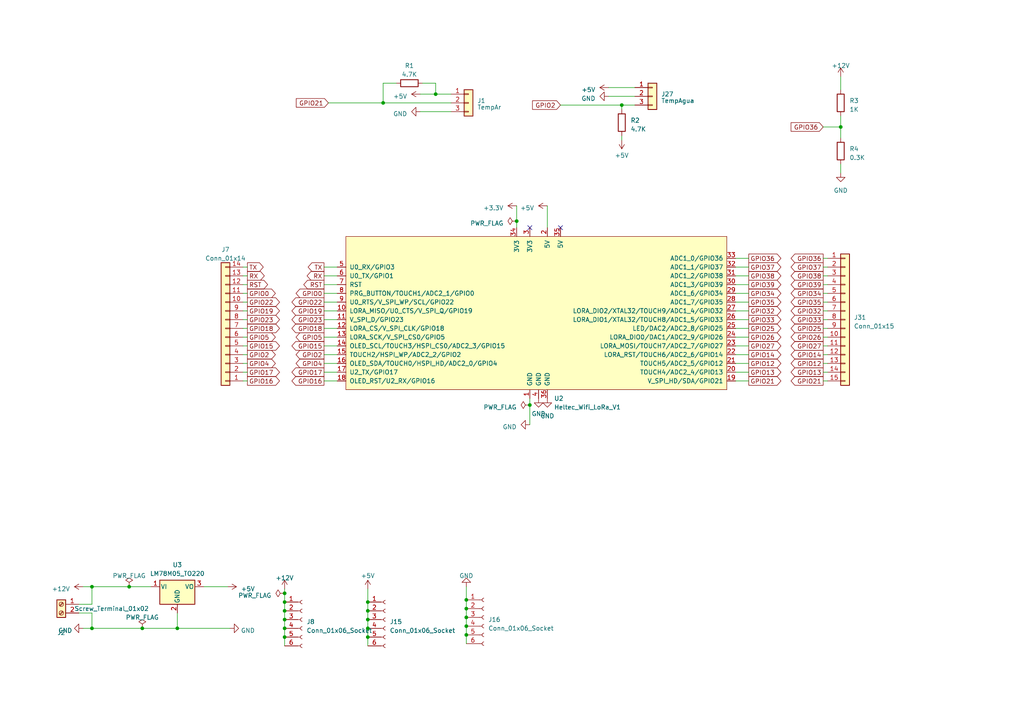
<source format=kicad_sch>
(kicad_sch (version 20230121) (generator eeschema)
  (paper "A4")
  (lib_symbols
    (symbol "Conn_01x03_1" (pin_names (offset 1.016) hide)
      (property "Reference" "J" (at 0 5.08 0))
      (property "Value" "Conn_01x03" (at 0 -5.08 0))
      (symbol "Conn_01x03_1_1_1"
        (rectangle (start -1.27 -2.413) (end 0 -2.667) (stroke (width 0.1524)))
        (rectangle (start -1.27 0.127) (end 0 -0.127) (stroke (width 0.1524)))
        (rectangle (start -1.27 2.667) (end 0 2.413) (stroke (width 0.1524)))
        (rectangle (start -1.27 3.81) (end 1.27 -3.81) (stroke (width 0.254)) (fill (type background)))
        (pin passive line (at -5.08 2.54 0) (length 3.81) (name "Pin_1") (number "1"))
        (pin passive line (at -5.08 0 0) (length 3.81) (name "Pin_2") (number "2"))
        (pin passive line (at -5.08 -2.54 0) (length 3.81) (name "Pin_3") (number "3"))
      )
    )
    (symbol "Connector:Conn_01x06_Socket" (pin_names (offset 1.016) hide)
      (property "Reference" "J" (at 0 7.62 0))
      (property "Value" "Conn_01x06_Socket" (at 0 -10.16 0))
      (symbol "Conn_01x06_Socket_1_1"
        (arc (start 0 -7.112) (mid -0.5058 -7.62) (end 0 -8.128) (stroke (width 0.1524)))
        (arc (start 0 -4.572) (mid -0.5058 -5.08) (end 0 -5.588) (stroke (width 0.1524)))
        (arc (start 0 -2.032) (mid -0.5058 -2.54) (end 0 -3.048) (stroke (width 0.1524)))
        (polyline (pts (xy -1.27 -7.62) (xy -0.508 -7.62)) (stroke (width 0.1524)))
        (polyline (pts (xy -1.27 -5.08) (xy -0.508 -5.08)) (stroke (width 0.1524)))
        (polyline (pts (xy -1.27 -2.54) (xy -0.508 -2.54)) (stroke (width 0.1524)))
        (polyline (pts (xy -1.27 0) (xy -0.508 0)) (stroke (width 0.1524)))
        (polyline (pts (xy -1.27 2.54) (xy -0.508 2.54)) (stroke (width 0.1524)))
        (polyline (pts (xy -1.27 5.08) (xy -0.508 5.08)) (stroke (width 0.1524)))
        (arc (start 0 0.508) (mid -0.5058 0) (end 0 -0.508) (stroke (width 0.1524)))
        (arc (start 0 3.048) (mid -0.5058 2.54) (end 0 2.032) (stroke (width 0.1524)))
        (arc (start 0 5.588) (mid -0.5058 5.08) (end 0 4.572) (stroke (width 0.1524)))
        (pin passive line (at -5.08 5.08 0) (length 3.81) (name "Pin_1") (number "1"))
        (pin passive line (at -5.08 2.54 0) (length 3.81) (name "Pin_2") (number "2"))
        (pin passive line (at -5.08 0 0) (length 3.81) (name "Pin_3") (number "3"))
        (pin passive line (at -5.08 -2.54 0) (length 3.81) (name "Pin_4") (number "4"))
        (pin passive line (at -5.08 -5.08 0) (length 3.81) (name "Pin_5") (number "5"))
        (pin passive line (at -5.08 -7.62 0) (length 3.81) (name "Pin_6") (number "6"))
      )
    )
    (symbol "Connector:Screw_Terminal_01x02" (pin_names (offset 1.016) hide)
      (property "Reference" "J" (at 0 2.54 0))
      (property "Value" "Screw_Terminal_01x02" (at 0 -5.08 0))
      (symbol "Screw_Terminal_01x02_1_1"
        (rectangle (start -1.27 1.27) (end 1.27 -3.81) (stroke (width 0.254)) (fill (type background)))
        (circle (center 0 -2.54) (radius 0.635) (stroke (width 0.1524)))
        (polyline (pts (xy -0.5334 -2.2098) (xy 0.3302 -3.048)) (stroke (width 0.1524)))
        (polyline (pts (xy -0.5334 0.3302) (xy 0.3302 -0.508)) (stroke (width 0.1524)))
        (polyline (pts (xy -0.3556 -2.032) (xy 0.508 -2.8702)) (stroke (width 0.1524)))
        (polyline (pts (xy -0.3556 0.508) (xy 0.508 -0.3302)) (stroke (width 0.1524)))
        (circle (center 0 0) (radius 0.635) (stroke (width 0.1524)))
        (pin passive line (at -5.08 0 0) (length 3.81) (name "Pin_1") (number "1"))
        (pin passive line (at -5.08 -2.54 0) (length 3.81) (name "Pin_2") (number "2"))
      )
    )
    (symbol "Connector_Generic:Conn_01x14" (pin_names (offset 1.016) hide)
      (property "Reference" "J" (at 0 17.78 0))
      (property "Value" "Conn_01x14" (at 0 -20.32 0))
      (symbol "Conn_01x14_1_1"
        (rectangle (start -1.27 -17.653) (end 0 -17.907) (stroke (width 0.1524)))
        (rectangle (start -1.27 -15.113) (end 0 -15.367) (stroke (width 0.1524)))
        (rectangle (start -1.27 -12.573) (end 0 -12.827) (stroke (width 0.1524)))
        (rectangle (start -1.27 -10.033) (end 0 -10.287) (stroke (width 0.1524)))
        (rectangle (start -1.27 -7.493) (end 0 -7.747) (stroke (width 0.1524)))
        (rectangle (start -1.27 -4.953) (end 0 -5.207) (stroke (width 0.1524)))
        (rectangle (start -1.27 -2.413) (end 0 -2.667) (stroke (width 0.1524)))
        (rectangle (start -1.27 0.127) (end 0 -0.127) (stroke (width 0.1524)))
        (rectangle (start -1.27 2.667) (end 0 2.413) (stroke (width 0.1524)))
        (rectangle (start -1.27 5.207) (end 0 4.953) (stroke (width 0.1524)))
        (rectangle (start -1.27 7.747) (end 0 7.493) (stroke (width 0.1524)))
        (rectangle (start -1.27 10.287) (end 0 10.033) (stroke (width 0.1524)))
        (rectangle (start -1.27 12.827) (end 0 12.573) (stroke (width 0.1524)))
        (rectangle (start -1.27 15.367) (end 0 15.113) (stroke (width 0.1524)))
        (rectangle (start -1.27 16.51) (end 1.27 -19.05) (stroke (width 0.254)) (fill (type background)))
        (pin passive line (at -5.08 15.24 0) (length 3.81) (name "Pin_1") (number "1"))
        (pin passive line (at -5.08 -7.62 0) (length 3.81) (name "Pin_10") (number "10"))
        (pin passive line (at -5.08 -10.16 0) (length 3.81) (name "Pin_11") (number "11"))
        (pin passive line (at -5.08 -12.7 0) (length 3.81) (name "Pin_12") (number "12"))
        (pin passive line (at -5.08 -15.24 0) (length 3.81) (name "Pin_13") (number "13"))
        (pin passive line (at -5.08 -17.78 0) (length 3.81) (name "Pin_14") (number "14"))
        (pin passive line (at -5.08 12.7 0) (length 3.81) (name "Pin_2") (number "2"))
        (pin passive line (at -5.08 10.16 0) (length 3.81) (name "Pin_3") (number "3"))
        (pin passive line (at -5.08 7.62 0) (length 3.81) (name "Pin_4") (number "4"))
        (pin passive line (at -5.08 5.08 0) (length 3.81) (name "Pin_5") (number "5"))
        (pin passive line (at -5.08 2.54 0) (length 3.81) (name "Pin_6") (number "6"))
        (pin passive line (at -5.08 0 0) (length 3.81) (name "Pin_7") (number "7"))
        (pin passive line (at -5.08 -2.54 0) (length 3.81) (name "Pin_8") (number "8"))
        (pin passive line (at -5.08 -5.08 0) (length 3.81) (name "Pin_9") (number "9"))
      )
    )
    (symbol "Connector_Generic:Conn_01x15" (pin_names (offset 1.016) hide)
      (property "Reference" "J" (at 0 20.32 0))
      (property "Value" "Conn_01x15" (at 0 -20.32 0))
      (symbol "Conn_01x15_1_1"
        (rectangle (start -1.27 -17.653) (end 0 -17.907) (stroke (width 0.1524)))
        (rectangle (start -1.27 -15.113) (end 0 -15.367) (stroke (width 0.1524)))
        (rectangle (start -1.27 -12.573) (end 0 -12.827) (stroke (width 0.1524)))
        (rectangle (start -1.27 -10.033) (end 0 -10.287) (stroke (width 0.1524)))
        (rectangle (start -1.27 -7.493) (end 0 -7.747) (stroke (width 0.1524)))
        (rectangle (start -1.27 -4.953) (end 0 -5.207) (stroke (width 0.1524)))
        (rectangle (start -1.27 -2.413) (end 0 -2.667) (stroke (width 0.1524)))
        (rectangle (start -1.27 0.127) (end 0 -0.127) (stroke (width 0.1524)))
        (rectangle (start -1.27 2.667) (end 0 2.413) (stroke (width 0.1524)))
        (rectangle (start -1.27 5.207) (end 0 4.953) (stroke (width 0.1524)))
        (rectangle (start -1.27 7.747) (end 0 7.493) (stroke (width 0.1524)))
        (rectangle (start -1.27 10.287) (end 0 10.033) (stroke (width 0.1524)))
        (rectangle (start -1.27 12.827) (end 0 12.573) (stroke (width 0.1524)))
        (rectangle (start -1.27 15.367) (end 0 15.113) (stroke (width 0.1524)))
        (rectangle (start -1.27 17.907) (end 0 17.653) (stroke (width 0.1524)))
        (rectangle (start -1.27 19.05) (end 1.27 -19.05) (stroke (width 0.254)) (fill (type background)))
        (pin passive line (at -5.08 17.78 0) (length 3.81) (name "Pin_1") (number "1"))
        (pin passive line (at -5.08 -5.08 0) (length 3.81) (name "Pin_10") (number "10"))
        (pin passive line (at -5.08 -7.62 0) (length 3.81) (name "Pin_11") (number "11"))
        (pin passive line (at -5.08 -10.16 0) (length 3.81) (name "Pin_12") (number "12"))
        (pin passive line (at -5.08 -12.7 0) (length 3.81) (name "Pin_13") (number "13"))
        (pin passive line (at -5.08 -15.24 0) (length 3.81) (name "Pin_14") (number "14"))
        (pin passive line (at -5.08 -17.78 0) (length 3.81) (name "Pin_15") (number "15"))
        (pin passive line (at -5.08 15.24 0) (length 3.81) (name "Pin_2") (number "2"))
        (pin passive line (at -5.08 12.7 0) (length 3.81) (name "Pin_3") (number "3"))
        (pin passive line (at -5.08 10.16 0) (length 3.81) (name "Pin_4") (number "4"))
        (pin passive line (at -5.08 7.62 0) (length 3.81) (name "Pin_5") (number "5"))
        (pin passive line (at -5.08 5.08 0) (length 3.81) (name "Pin_6") (number "6"))
        (pin passive line (at -5.08 2.54 0) (length 3.81) (name "Pin_7") (number "7"))
        (pin passive line (at -5.08 0 0) (length 3.81) (name "Pin_8") (number "8"))
        (pin passive line (at -5.08 -2.54 0) (length 3.81) (name "Pin_9") (number "9"))
      )
    )
    (symbol "Device:R" (pin_numbers hide) (pin_names (offset 0))
      (property "Reference" "R" (at 2.032 0 90))
      (property "Value" "R" (at 0 0 90))
      (symbol "R_0_1"
        (rectangle (start -1.016 -2.54) (end 1.016 2.54) (stroke (width 0.254)))
      )
      (symbol "R_1_1"
        (pin passive line (at 0 3.81 270) (length 1.27) (name "~") (number "1"))
        (pin passive line (at 0 -3.81 90) (length 1.27) (name "~") (number "2"))
      )
    )
    (symbol "Regulator_Linear:LM78M05_TO220" (pin_names (offset 0.254))
      (property "Reference" "U" (at -3.81 3.175 0))
      (property "Value" "LM78M05_TO220" (at 0 3.175 0))
      (symbol "LM78M05_TO220_0_1"
        (rectangle (start -5.08 1.905) (end 5.08 -5.08) (stroke (width 0.254)) (fill (type background)))
      )
      (symbol "LM78M05_TO220_1_1"
        (pin power_in line (at -7.62 0 0) (length 2.54) (name "VI") (number "1"))
        (pin power_in line (at 0 -7.62 90) (length 2.54) (name "GND") (number "2"))
        (pin power_out line (at 7.62 0 180) (length 2.54) (name "VO") (number "3"))
      )
    )
    (symbol "heltec_wifi_lora_v1:Heltec_Wifi_LoRa_V1" (pin_names (offset 1.016))
      (property "Reference" "U" (at 0 21.59 0))
      (property "Value" "Heltec_Wifi_LoRa_V1" (at 1.27 19.05 0))
      (symbol "Heltec_Wifi_LoRa_V1_0_1"
        (rectangle (start -55.88 5.08) (end 54.61 -39.37) (fill (type background)))
      )
      (symbol "Heltec_Wifi_LoRa_V1_1_1"
        (pin power_in line (at -2.54 -41.91 90) (length 2.54) (name "GND") (number "1"))
        (pin bidirectional line (at -58.42 -16.51 0) (length 2.54) (name "LORA_MISO/U0_CTS/V_SPI_Q/GPIO19") (number "10"))
        (pin bidirectional line (at -58.42 -19.05 0) (length 2.54) (name "V_SPI_D/GPIO23") (number "11"))
        (pin bidirectional line (at -58.42 -21.59 0) (length 2.54) (name "LORA_CS/V_SPI_CLK/GPIO18") (number "12"))
        (pin bidirectional line (at -58.42 -24.13 0) (length 2.54) (name "LORA_SCK/V_SPI_CS0/GPIO5") (number "13"))
        (pin bidirectional line (at -58.42 -26.67 0) (length 2.54) (name "OLED_SCL/TOUCH3/HSPI_CS0/ADC2_3/GPIO15") (number "14"))
        (pin bidirectional line (at -58.42 -29.21 0) (length 2.54) (name "TOUCH2/HSPI_WP/ADC2_2/GPIO2") (number "15"))
        (pin bidirectional line (at -58.42 -31.75 0) (length 2.54) (name "OLED_SDA/TOUCH0/HSPI_HD/ADC2_0/GPIO4") (number "16"))
        (pin bidirectional line (at -58.42 -34.29 0) (length 2.54) (name "U2_TX/GPIO17") (number "17"))
        (pin bidirectional line (at -58.42 -36.83 0) (length 2.54) (name "OLED_RST/U2_RX/GPIO16") (number "18"))
        (pin bidirectional line (at 57.15 -36.83 180) (length 2.54) (name "V_SPI_HD/SDA/GPIO21") (number "19"))
        (pin power_in line (at 2.54 7.62 270) (length 2.54) (name "5V") (number "2"))
        (pin bidirectional line (at 57.15 -34.29 180) (length 2.54) (name "TOUCH4/ADC2_4/GPIO13") (number "20"))
        (pin bidirectional line (at 57.15 -31.75 180) (length 2.54) (name "TOUCH5/ADC2_5/GPIO12") (number "21"))
        (pin bidirectional line (at 57.15 -29.21 180) (length 2.54) (name "LORA_RST/TOUCH6/ADC2_6/GPIO14") (number "22"))
        (pin bidirectional line (at 57.15 -26.67 180) (length 2.54) (name "LORA_MOSI/TOUCH7/ADC2_7/GPIO27") (number "23"))
        (pin bidirectional line (at 57.15 -24.13 180) (length 2.54) (name "LORA_DIO0/DAC1/ADC2_9/GPIO26") (number "24"))
        (pin bidirectional line (at 57.15 -21.59 180) (length 2.54) (name "LED/DAC2/ADC2_8/GPIO25") (number "25"))
        (pin bidirectional line (at 57.15 -19.05 180) (length 2.54) (name "LORA_DIO1/XTAL32/TOUCH8/ADC1_5/GPIO33") (number "26"))
        (pin bidirectional line (at 57.15 -16.51 180) (length 2.54) (name "LORA_DIO2/XTAL32/TOUCH9/ADC1_4/GPIO32") (number "27"))
        (pin bidirectional line (at 57.15 -13.97 180) (length 2.54) (name "ADC1_7/GPIO35") (number "28"))
        (pin bidirectional line (at 57.15 -11.43 180) (length 2.54) (name "ADC1_6/GPIO34") (number "29"))
        (pin power_in line (at -2.54 7.62 270) (length 2.54) (name "3V3") (number "3"))
        (pin bidirectional line (at 57.15 -8.89 180) (length 2.54) (name "ADC1_3/GPIO39") (number "30"))
        (pin bidirectional line (at 57.15 -6.35 180) (length 2.54) (name "ADC1_2/GPIO38") (number "31"))
        (pin bidirectional line (at 57.15 -3.81 180) (length 2.54) (name "ADC1_1/GPIO37") (number "32"))
        (pin bidirectional line (at 57.15 -1.27 180) (length 2.54) (name "ADC1_0/GPIO36") (number "33"))
        (pin power_in line (at -6.35 7.62 270) (length 2.54) (name "3V3") (number "34"))
        (pin power_in line (at 6.35 7.62 270) (length 2.54) (name "5V") (number "35"))
        (pin power_in line (at 2.54 -41.91 90) (length 2.54) (name "GND") (number "36"))
        (pin power_in line (at 0 -41.91 90) (length 2.54) (name "GND") (number "4"))
        (pin bidirectional line (at -58.42 -3.81 0) (length 2.54) (name "U0_RX/GPIO3") (number "5"))
        (pin bidirectional line (at -58.42 -6.35 0) (length 2.54) (name "U0_TX/GPIO1") (number "6"))
        (pin input line (at -58.42 -8.89 0) (length 2.54) (name "RST") (number "7"))
        (pin bidirectional line (at -58.42 -11.43 0) (length 2.54) (name "PRG_BUTTON/TOUCH1/ADC2_1/GPIO0") (number "8"))
        (pin bidirectional line (at -58.42 -13.97 0) (length 2.54) (name "U0_RTS/V_SPI_WP/SCL/GPIO22") (number "9"))
      )
    )
    (symbol "power:+12V" (power) (pin_names (offset 0))
      (property "Value" "+12V" (at 0 3.556 0))
      (symbol "+12V_0_1"
        (polyline (pts (xy -0.762 1.27) (xy 0 2.54)))
        (polyline (pts (xy 0 0) (xy 0 2.54)))
        (polyline (pts (xy 0 2.54) (xy 0.762 1.27)))
      )
      (symbol "+12V_1_1"
        (pin power_in line (at 0 0 90) (length 0) hide (name "+12V") (number "1"))
      )
    )
    (symbol "power:+3.3V" (power) (pin_names (offset 0))
      (property "Value" "+3.3V" (at 0 3.556 0))
      (symbol "+3.3V_0_1"
        (polyline (pts (xy -0.762 1.27) (xy 0 2.54)))
        (polyline (pts (xy 0 0) (xy 0 2.54)))
        (polyline (pts (xy 0 2.54) (xy 0.762 1.27)))
      )
      (symbol "+3.3V_1_1"
        (pin power_in line (at 0 0 90) (length 0) hide (name "+3.3V") (number "1"))
      )
    )
    (symbol "power:+5V" (power) (pin_names (offset 0))
      (property "Value" "+5V" (at 0 3.556 0))
      (symbol "+5V_0_1"
        (polyline (pts (xy -0.762 1.27) (xy 0 2.54)))
        (polyline (pts (xy 0 0) (xy 0 2.54)))
        (polyline (pts (xy 0 2.54) (xy 0.762 1.27)))
      )
      (symbol "+5V_1_1"
        (pin power_in line (at 0 0 90) (length 0) hide (name "+5V") (number "1"))
      )
    )
    (symbol "power:GND" (power) (pin_names (offset 0))
      (property "Value" "GND" (at 0 -3.81 0))
      (symbol "GND_0_1"
        (polyline (pts (xy 0 0) (xy 0 -1.27) (xy 1.27 -1.27) (xy 0 -2.54) (xy -1.27 -1.27) (xy 0 -1.27)))
      )
      (symbol "GND_1_1"
        (pin power_in line (at 0 0 270) (length 0) hide (name "GND") (number "1"))
      )
    )
    (symbol "power:PWR_FLAG" (power) (pin_numbers hide) (pin_names (offset 0) hide)
      (property "Value" "PWR_FLAG" (at 0 3.81 0))
      (symbol "PWR_FLAG_0_0"
        (pin power_out line (at 0 0 90) (length 0) (name "pwr") (number "1"))
      )
      (symbol "PWR_FLAG_0_1"
        (polyline (pts (xy 0 0) (xy 0 1.27) (xy -1.016 1.905) (xy 0 2.54) (xy 1.016 1.905) (xy 0 1.27)))
      )
    )
  )
  (junction (at 26.67 170.18))
  (junction (at 180.34 30.48))
  (junction (at 126.365 27.305))
  (junction (at 82.55 177.165))
  (junction (at 149.86 64.135))
  (junction (at 82.55 182.245))
  (junction (at 82.55 174.625))
  (junction (at 82.55 172.085))
  (junction (at 106.68 184.785))
  (junction (at 26.67 182.245))
  (junction (at 82.55 184.785))
  (junction (at 243.84 36.83))
  (junction (at 153.67 117.475))
  (junction (at 106.68 177.165))
  (junction (at 111.125 29.845))
  (junction (at 106.68 179.705))
  (junction (at 106.68 182.245))
  (junction (at 135.255 176.53))
  (junction (at 51.435 182.245))
  (junction (at 135.255 181.61))
  (junction (at 135.255 179.07))
  (junction (at 135.255 173.99))
  (junction (at 135.255 184.15))
  (junction (at 37.465 170.18))
  (junction (at 41.275 182.245))
  (junction (at 82.55 179.705))
  (junction (at 106.68 174.625))
  (no_connect (at 153.67 66.04))
  (no_connect (at 162.56 66.04))
  (wire (pts (xy 126.365 24.13) (xy 126.365 27.305)))
  (wire (pts (xy 240.03 95.25) (xy 238.76 95.25)))
  (wire (pts (xy 243.84 33.655) (xy 243.84 36.83)))
  (wire (pts (xy 135.255 176.53) (xy 135.255 179.07)))
  (wire (pts (xy 158.75 59.69) (xy 158.75 66.04)))
  (wire (pts (xy 184.15 30.48) (xy 180.34 30.48)))
  (wire (pts (xy 82.55 182.245) (xy 82.55 184.785)))
  (wire (pts (xy 238.76 82.55) (xy 240.03 82.55)))
  (wire (pts (xy 70.485 90.17) (xy 71.755 90.17)))
  (wire (pts (xy 41.275 182.245) (xy 51.435 182.245)))
  (wire (pts (xy 238.76 74.93) (xy 240.03 74.93)))
  (wire (pts (xy 106.68 179.705) (xy 106.68 182.245)))
  (wire (pts (xy 70.485 82.55) (xy 71.755 82.55)))
  (wire (pts (xy 106.68 184.785) (xy 106.68 187.325)))
  (wire (pts (xy 217.17 80.01) (xy 213.36 80.01)))
  (wire (pts (xy 122.555 24.13) (xy 126.365 24.13)))
  (wire (pts (xy 70.485 80.01) (xy 71.755 80.01)))
  (wire (pts (xy 51.435 182.245) (xy 66.675 182.245)))
  (wire (pts (xy 70.485 92.71) (xy 71.755 92.71)))
  (wire (pts (xy 26.67 175.26) (xy 26.67 170.18)))
  (wire (pts (xy 70.485 87.63) (xy 71.755 87.63)))
  (wire (pts (xy 82.55 174.625) (xy 82.55 177.165)))
  (wire (pts (xy 135.255 170.18) (xy 135.255 173.99)))
  (wire (pts (xy 240.03 105.41) (xy 238.76 105.41)))
  (wire (pts (xy 121.92 27.305) (xy 126.365 27.305)))
  (wire (pts (xy 93.98 85.09) (xy 97.79 85.09)))
  (wire (pts (xy 70.485 95.25) (xy 71.755 95.25)))
  (wire (pts (xy 70.485 77.47) (xy 71.755 77.47)))
  (wire (pts (xy 93.98 77.47) (xy 97.79 77.47)))
  (wire (pts (xy 93.98 82.55) (xy 97.79 82.55)))
  (wire (pts (xy 238.76 97.79) (xy 240.03 97.79)))
  (wire (pts (xy 106.68 182.245) (xy 106.68 184.785)))
  (wire (pts (xy 93.98 90.17) (xy 97.79 90.17)))
  (wire (pts (xy 217.17 97.79) (xy 213.36 97.79)))
  (wire (pts (xy 70.485 105.41) (xy 71.755 105.41)))
  (wire (pts (xy 243.84 36.83) (xy 243.84 40.005)))
  (wire (pts (xy 238.76 90.17) (xy 240.03 90.17)))
  (wire (pts (xy 213.36 107.95) (xy 217.17 107.95)))
  (wire (pts (xy 82.55 179.705) (xy 82.55 182.245)))
  (wire (pts (xy 106.68 174.625) (xy 106.68 177.165)))
  (wire (pts (xy 153.67 117.475) (xy 153.67 115.57)))
  (wire (pts (xy 82.55 172.085) (xy 82.55 174.625)))
  (wire (pts (xy 213.36 110.49) (xy 217.17 110.49)))
  (wire (pts (xy 135.255 173.99) (xy 135.255 176.53)))
  (wire (pts (xy 217.17 92.71) (xy 213.36 92.71)))
  (wire (pts (xy 238.76 100.33) (xy 240.03 100.33)))
  (wire (pts (xy 238.76 102.87) (xy 240.03 102.87)))
  (wire (pts (xy 22.86 177.8) (xy 26.67 177.8)))
  (wire (pts (xy 213.36 105.41) (xy 217.17 105.41)))
  (wire (pts (xy 24.13 170.18) (xy 26.67 170.18)))
  (wire (pts (xy 82.55 177.165) (xy 82.55 179.705)))
  (wire (pts (xy 240.03 110.49) (xy 238.76 110.49)))
  (wire (pts (xy 238.76 85.09) (xy 240.03 85.09)))
  (wire (pts (xy 111.125 29.845) (xy 130.81 29.845)))
  (wire (pts (xy 213.36 95.25) (xy 217.17 95.25)))
  (wire (pts (xy 82.55 184.785) (xy 82.55 187.325)))
  (wire (pts (xy 149.86 59.69) (xy 149.86 64.135)))
  (wire (pts (xy 26.67 170.18) (xy 37.465 170.18)))
  (wire (pts (xy 217.17 102.87) (xy 213.36 102.87)))
  (wire (pts (xy 111.125 29.845) (xy 111.125 24.13)))
  (wire (pts (xy 93.98 105.41) (xy 97.79 105.41)))
  (wire (pts (xy 162.56 30.48) (xy 180.34 30.48)))
  (wire (pts (xy 41.275 182.245) (xy 26.67 182.245)))
  (wire (pts (xy 93.98 97.79) (xy 97.79 97.79)))
  (wire (pts (xy 95.25 29.845) (xy 111.125 29.845)))
  (wire (pts (xy 238.76 36.83) (xy 243.84 36.83)))
  (wire (pts (xy 217.17 74.93) (xy 213.36 74.93)))
  (wire (pts (xy 149.86 64.135) (xy 149.86 66.04)))
  (wire (pts (xy 70.485 97.79) (xy 71.755 97.79)))
  (wire (pts (xy 180.34 39.37) (xy 180.34 40.64)))
  (wire (pts (xy 135.255 179.07) (xy 135.255 181.61)))
  (wire (pts (xy 153.67 117.475) (xy 153.67 123.19)))
  (wire (pts (xy 70.485 85.09) (xy 71.755 85.09)))
  (wire (pts (xy 184.15 27.94) (xy 176.53 27.94)))
  (wire (pts (xy 93.98 92.71) (xy 97.79 92.71)))
  (wire (pts (xy 70.485 100.33) (xy 71.755 100.33)))
  (wire (pts (xy 217.17 77.47) (xy 213.36 77.47)))
  (wire (pts (xy 26.67 177.8) (xy 26.67 182.245)))
  (wire (pts (xy 93.98 110.49) (xy 97.79 110.49)))
  (wire (pts (xy 26.67 182.245) (xy 24.13 182.245)))
  (wire (pts (xy 243.84 50.165) (xy 243.84 47.625)))
  (wire (pts (xy 217.17 85.09) (xy 213.36 85.09)))
  (wire (pts (xy 111.125 24.13) (xy 114.935 24.13)))
  (wire (pts (xy 106.68 170.815) (xy 106.68 174.625)))
  (wire (pts (xy 93.98 87.63) (xy 97.79 87.63)))
  (wire (pts (xy 93.98 80.01) (xy 97.79 80.01)))
  (wire (pts (xy 135.255 184.15) (xy 135.255 186.69)))
  (wire (pts (xy 59.055 170.18) (xy 66.04 170.18)))
  (wire (pts (xy 180.34 30.48) (xy 180.34 31.75)))
  (wire (pts (xy 106.68 177.165) (xy 106.68 179.705)))
  (wire (pts (xy 217.17 90.17) (xy 213.36 90.17)))
  (wire (pts (xy 238.76 87.63) (xy 240.03 87.63)))
  (wire (pts (xy 93.98 100.33) (xy 97.79 100.33)))
  (wire (pts (xy 238.76 92.71) (xy 240.03 92.71)))
  (wire (pts (xy 93.98 95.25) (xy 97.79 95.25)))
  (wire (pts (xy 126.365 27.305) (xy 130.81 27.305)))
  (wire (pts (xy 135.255 181.61) (xy 135.255 184.15)))
  (wire (pts (xy 184.15 25.4) (xy 176.53 25.4)))
  (wire (pts (xy 22.86 175.26) (xy 26.67 175.26)))
  (wire (pts (xy 37.465 170.18) (xy 43.815 170.18)))
  (wire (pts (xy 238.76 77.47) (xy 240.03 77.47)))
  (wire (pts (xy 238.76 80.01) (xy 240.03 80.01)))
  (wire (pts (xy 217.17 82.55) (xy 213.36 82.55)))
  (wire (pts (xy 240.03 107.95) (xy 238.76 107.95)))
  (wire (pts (xy 217.17 87.63) (xy 213.36 87.63)))
  (wire (pts (xy 243.84 22.225) (xy 243.84 26.035)))
  (wire (pts (xy 93.98 107.95) (xy 97.79 107.95)))
  (wire (pts (xy 82.55 170.815) (xy 82.55 172.085)))
  (wire (pts (xy 70.485 110.49) (xy 71.755 110.49)))
  (wire (pts (xy 217.17 100.33) (xy 213.36 100.33)))
  (wire (pts (xy 70.485 102.87) (xy 71.755 102.87)))
  (wire (pts (xy 70.485 107.95) (xy 71.755 107.95)))
  (wire (pts (xy 51.435 177.8) (xy 51.435 182.245)))
  (wire (pts (xy 121.92 32.385) (xy 130.81 32.385)))
  (wire (pts (xy 93.98 102.87) (xy 97.79 102.87)))
  (global_label "GPIO16" (shape output) (at 93.98 110.49 180) (property "Intersheetrefs" "${INTERSHEET_REFS}" (effects hide)))
  (global_label "GPIO25" (shape output) (at 217.17 95.25 0) (property "Intersheetrefs" "${INTERSHEET_REFS}" (effects hide)))
  (global_label "GPIO2" (shape output) (at 71.755 102.87 0) (property "Intersheetrefs" "${INTERSHEET_REFS}" (effects hide)))
  (global_label "GPIO12" (shape output) (at 238.76 105.41 180) (property "Intersheetrefs" "${INTERSHEET_REFS}" (effects hide)))
  (global_label "GPIO13" (shape output) (at 217.17 107.95 0) (property "Intersheetrefs" "${INTERSHEET_REFS}" (effects hide)))
  (global_label "GPIO15" (shape output) (at 71.755 100.33 0) (property "Intersheetrefs" "${INTERSHEET_REFS}" (effects hide)))
  (global_label "GPIO35" (shape output) (at 238.76 87.63 180) (property "Intersheetrefs" "${INTERSHEET_REFS}" (effects hide)))
  (global_label "GPIO17" (shape output) (at 71.755 107.95 0) (property "Intersheetrefs" "${INTERSHEET_REFS}" (effects hide)))
  (global_label "GPIO32" (shape output) (at 238.76 90.17 180) (property "Intersheetrefs" "${INTERSHEET_REFS}" (effects hide)))
  (global_label "GPIO17" (shape output) (at 93.98 107.95 180) (property "Intersheetrefs" "${INTERSHEET_REFS}" (effects hide)))
  (global_label "TX" (shape output) (at 71.755 77.47 0) (property "Intersheetrefs" "${INTERSHEET_REFS}" (effects hide)))
  (global_label "GPIO4" (shape output) (at 93.98 105.41 180) (property "Intersheetrefs" "${INTERSHEET_REFS}" (effects hide)))
  (global_label "GPIO39" (shape output) (at 238.76 82.55 180) (property "Intersheetrefs" "${INTERSHEET_REFS}" (effects hide)))
  (global_label "GPIO36" (shape input) (at 238.76 36.83 180) (property "Intersheetrefs" "${INTERSHEET_REFS}" (effects hide)))
  (global_label "GPIO15" (shape output) (at 93.98 100.33 180) (property "Intersheetrefs" "${INTERSHEET_REFS}" (effects hide)))
  (global_label "GPIO21" (shape output) (at 217.17 110.49 0) (property "Intersheetrefs" "${INTERSHEET_REFS}" (effects hide)))
  (global_label "RX" (shape output) (at 93.98 80.01 180) (property "Intersheetrefs" "${INTERSHEET_REFS}" (effects hide)))
  (global_label "GPIO23" (shape output) (at 71.755 92.71 0) (property "Intersheetrefs" "${INTERSHEET_REFS}" (effects hide)))
  (global_label "GPIO38" (shape output) (at 238.76 80.01 180) (property "Intersheetrefs" "${INTERSHEET_REFS}" (effects hide)))
  (global_label "GPIO18" (shape output) (at 93.98 95.25 180) (property "Intersheetrefs" "${INTERSHEET_REFS}" (effects hide)))
  (global_label "GPIO19" (shape output) (at 93.98 90.17 180) (property "Intersheetrefs" "${INTERSHEET_REFS}" (effects hide)))
  (global_label "GPIO35" (shape output) (at 217.17 87.63 0) (property "Intersheetrefs" "${INTERSHEET_REFS}" (effects hide)))
  (global_label "GPIO23" (shape output) (at 93.98 92.71 180) (property "Intersheetrefs" "${INTERSHEET_REFS}" (effects hide)))
  (global_label "GPIO37" (shape output) (at 238.76 77.47 180) (property "Intersheetrefs" "${INTERSHEET_REFS}" (effects hide)))
  (global_label "GPIO34" (shape output) (at 217.17 85.09 0) (property "Intersheetrefs" "${INTERSHEET_REFS}" (effects hide)))
  (global_label "GPIO22" (shape output) (at 71.755 87.63 0) (property "Intersheetrefs" "${INTERSHEET_REFS}" (effects hide)))
  (global_label "GPIO16" (shape output) (at 71.755 110.49 0) (property "Intersheetrefs" "${INTERSHEET_REFS}" (effects hide)))
  (global_label "GPIO2" (shape input) (at 162.56 30.48 180) (property "Intersheetrefs" "${INTERSHEET_REFS}" (effects hide)))
  (global_label "GPIO19" (shape output) (at 71.755 90.17 0) (property "Intersheetrefs" "${INTERSHEET_REFS}" (effects hide)))
  (global_label "GPIO22" (shape output) (at 93.98 87.63 180) (property "Intersheetrefs" "${INTERSHEET_REFS}" (effects hide)))
  (global_label "GPIO5" (shape output) (at 71.755 97.79 0) (property "Intersheetrefs" "${INTERSHEET_REFS}" (effects hide)))
  (global_label "GPIO0" (shape output) (at 71.755 85.09 0) (property "Intersheetrefs" "${INTERSHEET_REFS}" (effects hide)))
  (global_label "GPIO37" (shape output) (at 217.17 77.47 0) (property "Intersheetrefs" "${INTERSHEET_REFS}" (effects hide)))
  (global_label "GPIO13" (shape output) (at 238.76 107.95 180) (property "Intersheetrefs" "${INTERSHEET_REFS}" (effects hide)))
  (global_label "GPIO12" (shape output) (at 217.17 105.41 0) (property "Intersheetrefs" "${INTERSHEET_REFS}" (effects hide)))
  (global_label "TX" (shape output) (at 93.98 77.47 180) (property "Intersheetrefs" "${INTERSHEET_REFS}" (effects hide)))
  (global_label "GPIO32" (shape output) (at 217.17 90.17 0) (property "Intersheetrefs" "${INTERSHEET_REFS}" (effects hide)))
  (global_label "RST" (shape output) (at 93.98 82.55 180) (property "Intersheetrefs" "${INTERSHEET_REFS}" (effects hide)))
  (global_label "GPIO26" (shape output) (at 217.17 97.79 0) (property "Intersheetrefs" "${INTERSHEET_REFS}" (effects hide)))
  (global_label "GPIO14" (shape output) (at 238.76 102.87 180) (property "Intersheetrefs" "${INTERSHEET_REFS}" (effects hide)))
  (global_label "GPIO39" (shape output) (at 217.17 82.55 0) (property "Intersheetrefs" "${INTERSHEET_REFS}" (effects hide)))
  (global_label "GPIO36" (shape output) (at 217.17 74.93 0) (property "Intersheetrefs" "${INTERSHEET_REFS}" (effects hide)))
  (global_label "GPIO33" (shape output) (at 238.76 92.71 180) (property "Intersheetrefs" "${INTERSHEET_REFS}" (effects hide)))
  (global_label "GPIO18" (shape output) (at 71.755 95.25 0) (property "Intersheetrefs" "${INTERSHEET_REFS}" (effects hide)))
  (global_label "GPIO4" (shape output) (at 71.755 105.41 0) (property "Intersheetrefs" "${INTERSHEET_REFS}" (effects hide)))
  (global_label "RX" (shape output) (at 71.755 80.01 0) (property "Intersheetrefs" "${INTERSHEET_REFS}" (effects hide)))
  (global_label "GPIO34" (shape output) (at 238.76 85.09 180) (property "Intersheetrefs" "${INTERSHEET_REFS}" (effects hide)))
  (global_label "GPIO14" (shape output) (at 217.17 102.87 0) (property "Intersheetrefs" "${INTERSHEET_REFS}" (effects hide)))
  (global_label "GPIO5" (shape output) (at 93.98 97.79 180) (property "Intersheetrefs" "${INTERSHEET_REFS}" (effects hide)))
  (global_label "GPIO27" (shape output) (at 217.17 100.33 0) (property "Intersheetrefs" "${INTERSHEET_REFS}" (effects hide)))
  (global_label "GPIO21" (shape output) (at 238.76 110.49 180) (property "Intersheetrefs" "${INTERSHEET_REFS}" (effects hide)))
  (global_label "GPIO25" (shape output) (at 238.76 95.25 180) (property "Intersheetrefs" "${INTERSHEET_REFS}" (effects hide)))
  (global_label "GPIO2" (shape output) (at 93.98 102.87 180) (property "Intersheetrefs" "${INTERSHEET_REFS}" (effects hide)))
  (global_label "GPIO0" (shape output) (at 93.98 85.09 180) (property "Intersheetrefs" "${INTERSHEET_REFS}" (effects hide)))
  (global_label "RST" (shape output) (at 71.755 82.55 0) (property "Intersheetrefs" "${INTERSHEET_REFS}" (effects hide)))
  (global_label "GPIO36" (shape output) (at 238.76 74.93 180) (property "Intersheetrefs" "${INTERSHEET_REFS}" (effects hide)))
  (global_label "GPIO33" (shape output) (at 217.17 92.71 0) (property "Intersheetrefs" "${INTERSHEET_REFS}" (effects hide)))
  (global_label "GPIO21" (shape input) (at 95.25 29.845 180) (property "Intersheetrefs" "${INTERSHEET_REFS}" (effects hide)))
  (global_label "GPIO38" (shape output) (at 217.17 80.01 0) (property "Intersheetrefs" "${INTERSHEET_REFS}" (effects hide)))
  (global_label "GPIO27" (shape output) (at 238.76 100.33 180) (property "Intersheetrefs" "${INTERSHEET_REFS}" (effects hide)))
  (global_label "GPIO26" (shape output) (at 238.76 97.79 180) (property "Intersheetrefs" "${INTERSHEET_REFS}" (effects hide)))
  (symbol (lib_id "Connector_Generic:Conn_01x15") (at 245.11 92.71 0) (unit 1)
    (property "Reference" "J31" (at 247.65 92.075 0) (effects (justify left)))
    (property "Value" "Conn_01x15" (at 247.65 94.615 0) (effects (justify left)))
    (property "Footprint" "Connector_PinSocket_2.54mm:PinSocket_1x15_P2.54mm_Vertical" (effects hide))
  )
  (symbol (lib_id "Regulator_Linear:LM78M05_TO220") (at 51.435 170.18 0) (unit 1)
    (property "Reference" "U3" (at 51.435 163.83 0))
    (property "Value" "LM78M05_TO220" (at 51.435 166.37 0))
    (property "Footprint" "l7805:TO255P1020X450X2000-3" (effects hide))
    (property "Datasheet" "https://www.onsemi.com/pub/Collateral/MC78M00-D.PDF" (effects hide))
  )
  (symbol (lib_id "power:GND") (at 158.75 115.57 0) (unit 1)
    (property "Reference" "#PWR011" (effects hide))
    (property "Value" "GND" (at 158.75 120.65 0))
  )
  (symbol (lib_id "Connector:Screw_Terminal_01x02") (at 17.78 175.26 0) (mirror y) (unit 1)
    (property "Reference" "J2" (at 17.78 183.515 0))
    (property "Value" "Screw_Terminal_01x02" (at 32.385 176.53 0))
    (property "Footprint" "TerminalBlock_Phoenix:TerminalBlock_Phoenix_MKDS-1,5-2-5.08_1x02_P5.08mm_Horizontal" (effects hide))
  )
  (symbol (lib_id "power:+5V") (at 66.04 170.18 270) (unit 1)
    (property "Reference" "#PWR07" (effects hide))
    (property "Value" "+5V" (at 69.85 170.815 90) (effects (justify left)))
  )
  (symbol (lib_id "Connector:Conn_01x06_Socket") (at 87.63 179.705 0) (unit 1)
    (property "Reference" "J8" (at 88.9 180.34 0) (effects (justify left)))
    (property "Value" "Conn_01x06_Socket" (at 88.9 182.88 0) (effects (justify left)))
    (property "Footprint" "Connector_PinSocket_2.54mm:PinSocket_1x06_P2.54mm_Vertical" (effects hide))
  )
  (symbol (lib_id "Connector:Conn_01x06_Socket") (at 140.335 179.07 0) (unit 1)
    (property "Reference" "J16" (at 141.605 179.705 0) (effects (justify left)))
    (property "Value" "Conn_01x06_Socket" (at 141.605 182.245 0) (effects (justify left)))
    (property "Footprint" "Connector_PinSocket_2.54mm:PinSocket_1x06_P2.54mm_Vertical" (effects hide))
  )
  (symbol (lib_id "power:GND") (at 176.53 27.94 270) (unit 1)
    (property "Reference" "#PWR023" (effects hide))
    (property "Value" "GND" (at 172.72 28.575 90) (effects (justify right)))
  )
  (symbol (lib_id "Device:R") (at 243.84 29.845 0) (unit 1)
    (property "Reference" "R3" (at 246.38 29.21 0) (effects (justify left)))
    (property "Value" "1K" (at 246.38 31.75 0) (effects (justify left)))
    (property "Footprint" "Resistor_THT:R_Axial_DIN0207_L6.3mm_D2.5mm_P7.62mm_Horizontal" (effects hide))
  )
  (symbol (lib_id "power:PWR_FLAG") (at 149.86 64.135 90) (unit 1)
    (property "Reference" "#FLG04" (effects hide))
    (property "Value" "PWR_FLAG" (at 146.05 64.77 90) (effects (justify left)))
  )
  (symbol (lib_id "power:+5V") (at 158.75 59.69 90) (unit 1)
    (property "Reference" "#PWR021" (effects hide))
    (property "Value" "+5V" (at 154.94 60.325 90) (effects (justify left)))
  )
  (symbol (lib_id "power:GND") (at 24.13 182.245 270) (unit 1)
    (property "Reference" "#PWR02" (effects hide))
    (property "Value" "GND" (at 20.955 182.88 90) (effects (justify right)))
  )
  (symbol (lib_id "power:GND") (at 156.21 115.57 0) (unit 1)
    (property "Reference" "#PWR012" (effects hide))
    (property "Value" "GND" (at 156.21 120.015 0))
  )
  (symbol (lib_id "power:+12V") (at 24.13 170.18 90) (unit 1)
    (property "Reference" "#PWR01" (effects hide))
    (property "Value" "+12V" (at 20.32 170.815 90) (effects (justify left)))
  )
  (symbol (lib_id "power:+5V") (at 121.92 27.305 90) (unit 1)
    (property "Reference" "#PWR03" (effects hide))
    (property "Value" "+5V" (at 118.11 27.94 90) (effects (justify left)))
  )
  (symbol (lib_id "power:+5V") (at 180.34 40.64 180) (unit 1)
    (property "Reference" "#PWR04" (effects hide))
    (property "Value" "+5V" (at 180.34 45.085 0))
  )
  (symbol (lib_id "heltec_wifi_lora_v1:Heltec_Wifi_LoRa_V1") (at 156.21 73.66 0) (unit 1)
    (property "Reference" "U2" (at 160.7059 115.57 0) (effects (justify left)))
    (property "Value" "Heltec_Wifi_LoRa_V1" (at 160.7059 118.11 0) (effects (justify left)))
    (property "Footprint" "Heltec_wifi_LoRa_v2:Heltec_WiFi_LoRa_V2" (effects hide))
  )
  (symbol (lib_id "power:GND") (at 135.255 170.18 180) (unit 1)
    (property "Reference" "#PWR016" (effects hide))
    (property "Value" "GND" (at 135.255 167.005 0))
  )
  (symbol (lib_id "Device:R") (at 243.84 43.815 0) (unit 1)
    (property "Reference" "R4" (at 246.38 43.18 0) (effects (justify left)))
    (property "Value" "0.3K" (at 246.38 45.72 0) (effects (justify left)))
    (property "Footprint" "Resistor_THT:R_Axial_DIN0207_L6.3mm_D2.5mm_P7.62mm_Horizontal" (effects hide))
  )
  (symbol (lib_id "Connector:Conn_01x06_Socket") (at 111.76 179.705 0) (unit 1)
    (property "Reference" "J15" (at 113.03 180.34 0) (effects (justify left)))
    (property "Value" "Conn_01x06_Socket" (at 113.03 182.88 0) (effects (justify left)))
    (property "Footprint" "Connector_PinSocket_2.54mm:PinSocket_1x06_P2.54mm_Vertical" (effects hide))
  )
  (symbol (lib_name "Conn_01x03_1") (lib_id "Connector_Generic:Conn_01x03") (at 189.23 27.94 0) (unit 1)
    (property "Reference" "J27" (at 191.77 27.305 0) (effects (justify left)))
    (property "Value" "TempAgua" (at 191.77 29.21 0) (effects (justify left)))
    (property "Footprint" "Connector_PinSocket_2.54mm:PinSocket_1x03_P2.54mm_Vertical" (effects hide))
  )
  (symbol (lib_id "Device:R") (at 118.745 24.13 90) (unit 1)
    (property "Reference" "R1" (at 118.745 19.05 90))
    (property "Value" "4.7K" (at 118.745 21.59 90))
    (property "Footprint" "Resistor_THT:R_Axial_DIN0207_L6.3mm_D2.5mm_P7.62mm_Horizontal" (effects hide))
  )
  (symbol (lib_id "power:+5V") (at 176.53 25.4 90) (unit 1)
    (property "Reference" "#PWR05" (effects hide))
    (property "Value" "+5V" (at 172.72 26.035 90) (effects (justify left)))
  )
  (symbol (lib_id "power:PWR_FLAG") (at 41.275 182.245 0) (unit 1)
    (property "Reference" "#FLG02" (effects hide))
    (property "Value" "PWR_FLAG" (at 41.275 179.07 0))
  )
  (symbol (lib_id "Connector_Generic:Conn_01x14") (at 65.405 95.25 180) (unit 1)
    (property "Reference" "J7" (at 65.405 72.39 0))
    (property "Value" "Conn_01x14" (at 65.405 74.93 0))
    (property "Footprint" "Connector_PinSocket_2.54mm:PinSocket_1x14_P2.54mm_Vertical" (effects hide))
  )
  (symbol (lib_id "power:PWR_FLAG") (at 37.465 170.18 0) (unit 1)
    (property "Reference" "#FLG01" (effects hide))
    (property "Value" "PWR_FLAG" (at 37.465 167.005 0))
  )
  (symbol (lib_id "Device:R") (at 180.34 35.56 0) (unit 1)
    (property "Reference" "R2" (at 182.88 34.925 0) (effects (justify left)))
    (property "Value" "4.7K" (at 182.88 37.465 0) (effects (justify left)))
    (property "Footprint" "Resistor_THT:R_Axial_DIN0207_L6.3mm_D2.5mm_P7.62mm_Horizontal" (effects hide))
  )
  (symbol (lib_id "power:PWR_FLAG") (at 82.55 172.085 90) (unit 1)
    (property "Reference" "#FLG03" (effects hide))
    (property "Value" "PWR_FLAG" (at 78.74 172.72 90) (effects (justify left)))
  )
  (symbol (lib_id "power:+5V") (at 106.68 170.815 0) (unit 1)
    (property "Reference" "#PWR015" (effects hide))
    (property "Value" "+5V" (at 106.68 167.005 0))
  )
  (symbol (lib_id "power:GND") (at 153.67 123.19 270) (unit 1)
    (property "Reference" "#PWR020" (effects hide))
    (property "Value" "GND" (at 149.86 123.825 90) (effects (justify right)))
  )
  (symbol (lib_id "power:GND") (at 66.675 182.245 90) (unit 1)
    (property "Reference" "#PWR08" (effects hide))
    (property "Value" "GND" (at 69.85 182.88 90) (effects (justify right)))
  )
  (symbol (lib_id "power:+3.3V") (at 149.86 59.69 90) (unit 1)
    (property "Reference" "#PWR019" (effects hide))
    (property "Value" "+3.3V" (at 146.05 60.325 90) (effects (justify left)))
  )
  (symbol (lib_id "power:GND") (at 121.92 32.385 270) (unit 1)
    (property "Reference" "#PWR06" (effects hide))
    (property "Value" "GND" (at 118.11 33.02 90) (effects (justify right)))
  )
  (symbol (lib_name "Conn_01x03_1") (lib_id "Connector_Generic:Conn_01x03") (at 135.89 29.845 0) (unit 1)
    (property "Reference" "J1" (at 138.43 29.21 0) (effects (justify left)))
    (property "Value" "TempAr" (at 138.43 31.115 0) (effects (justify left)))
    (property "Footprint" "Connector_PinSocket_2.54mm:PinSocket_1x03_P2.54mm_Vertical" (effects hide))
  )
  (symbol (lib_id "power:PWR_FLAG") (at 153.67 117.475 90) (unit 1)
    (property "Reference" "#FLG06" (effects hide))
    (property "Value" "PWR_FLAG" (at 149.86 118.11 90) (effects (justify left)))
  )
  (symbol (lib_id "power:+12V") (at 243.84 22.225 0) (unit 1)
    (property "Reference" "#PWR09" (effects hide))
    (property "Value" "+12V" (at 243.84 19.05 0))
  )
  (symbol (lib_id "power:+12V") (at 82.55 170.815 0) (unit 1)
    (property "Reference" "#PWR013" (effects hide))
    (property "Value" "+12V" (at 82.55 167.64 0))
  )
  (symbol (lib_id "power:GND") (at 243.84 50.165 0) (unit 1)
    (property "Reference" "#PWR010" (effects hide))
    (property "Value" "GND" (at 243.84 55.245 0))
  )
)
</source>
